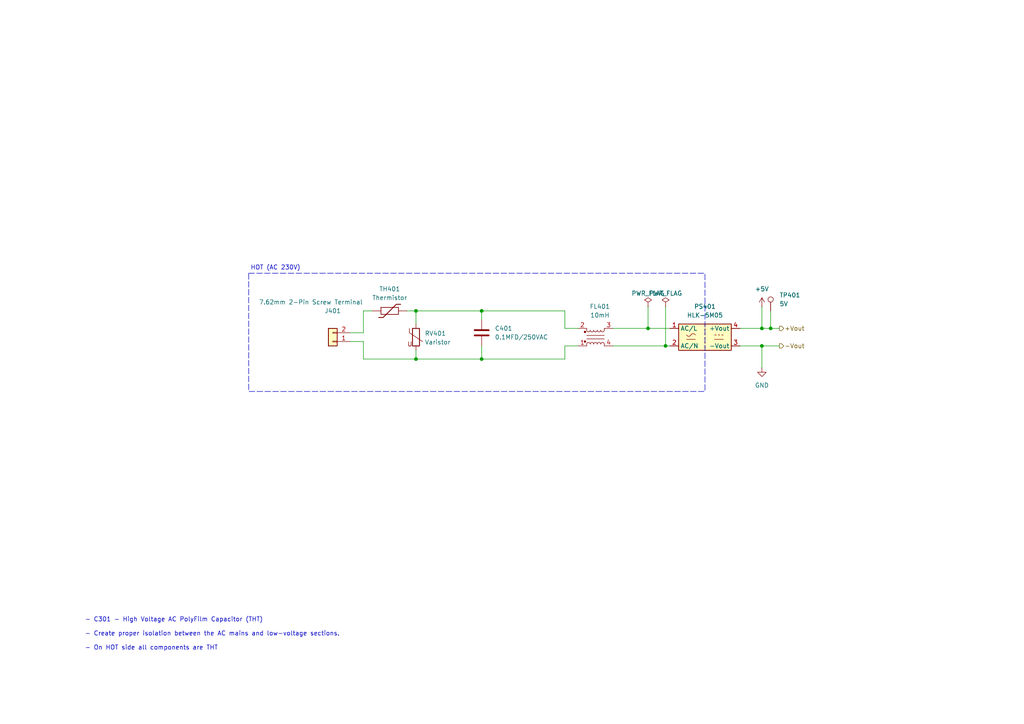
<source format=kicad_sch>
(kicad_sch (version 20250114) (generator "eeschema") (generator_version "9.0")
  (paper "A4")
  (lib_symbols
    (symbol "Connector:TestPoint" (pin_numbers (hide yes)) (pin_names (offset 0.762) (hide yes))
      (property "Reference" "TP" (at 0 6.858 0))
      (property "Value" "TestPoint" (at 0 5.08 0))
      (symbol "TestPoint_0_1"
        (circle (center 0 3.302) (radius 0.762))
      )
      (symbol "TestPoint_1_1"
        (pin passive line (at 0 0 90) (length 2.54) (name "1") (number "1"))
      )
    )
    (symbol "Connector_Generic:Conn_01x02" (pin_names (offset 1.016) (hide yes))
      (property "Reference" "J" (at 0 2.54 0))
      (property "Value" "Conn_01x02" (at 0 -5.08 0))
      (symbol "Conn_01x02_1_1"
        (rectangle (start -1.27 1.27) (end 1.27 -3.81) (stroke (width 0.254)) (fill (type background)))
        (rectangle (start -1.27 0.127) (end 0 -0.127) (stroke (width 0.1524)))
        (rectangle (start -1.27 -2.413) (end 0 -2.667) (stroke (width 0.1524)))
        (pin passive line (at -5.08 0 0) (length 3.81) (name "Pin_1") (number "1"))
        (pin passive line (at -5.08 -2.54 0) (length 3.81) (name "Pin_2") (number "2"))
      )
    )
    (symbol "Converter_ACDC:HLK-5M05"
      (property "Reference" "PS" (at 0 5.08 0))
      (property "Value" "HLK-5M05" (at 0 -5.08 0))
      (symbol "HLK-5M05_0_1"
        (rectangle (start -7.62 3.81) (end 7.62 -3.81) (stroke (width 0.254)) (fill (type background)))
        (polyline (pts (xy -5.334 -0.635) (xy -2.794 -0.635)))
        (arc (start -4.064 0.635) (mid -4.699 0.2495) (end -5.334 0.635))
        (arc (start -4.064 0.635) (mid -3.429 1.0072) (end -2.794 0.635))
        (polyline (pts (xy 0 3.81) (xy 0 3.175)))
        (polyline (pts (xy 0 2.54) (xy 0 1.905)))
        (polyline (pts (xy 0 1.27) (xy 0 0.635)))
        (polyline (pts (xy 0 0) (xy 0 -0.635)))
        (polyline (pts (xy 0 -1.27) (xy 0 -1.905)))
        (polyline (pts (xy 0 -2.54) (xy 0 -3.175)))
        (polyline (pts (xy 2.794 0.635) (xy 3.302 0.635)))
        (polyline (pts (xy 2.794 -0.635) (xy 5.334 -0.635)))
        (polyline (pts (xy 3.81 0.635) (xy 4.318 0.635)))
        (polyline (pts (xy 4.826 0.635) (xy 5.334 0.635)))
      )
      (symbol "HLK-5M05_1_1"
        (pin power_in line (at -10.16 2.54 0) (length 2.54) (name "AC/L") (number "1"))
        (pin power_in line (at -10.16 -2.54 0) (length 2.54) (name "AC/N") (number "2"))
        (pin power_out line (at 10.16 2.54 180) (length 2.54) (name "+Vout") (number "4"))
        (pin power_out line (at 10.16 -2.54 180) (length 2.54) (name "-Vout") (number "3"))
      )
    )
    (symbol "Device:C" (pin_numbers (hide yes)) (pin_names (offset 0.254))
      (property "Reference" "C" (at 0.635 2.54 0))
      (property "Value" "C" (at 0.635 -2.54 0))
      (symbol "C_0_1"
        (polyline (pts (xy -2.032 0.762) (xy 2.032 0.762)) (stroke (width 0.508)))
        (polyline (pts (xy -2.032 -0.762) (xy 2.032 -0.762)) (stroke (width 0.508)))
      )
      (symbol "C_1_1"
        (pin passive line (at 0 3.81 270) (length 2.794) (name "~") (number "1"))
        (pin passive line (at 0 -3.81 90) (length 2.794) (name "~") (number "2"))
      )
    )
    (symbol "Device:Filter_EMI_LL_1423" (pin_names (hide yes))
      (property "Reference" "FL" (at 0 4.445 0))
      (property "Value" "Filter_EMI_LL_1423" (at 0 -4.445 0))
      (symbol "Filter_EMI_LL_1423_0_1"
        (circle (center -3.048 1.524) (radius 0.254) (fill (type outline)))
        (circle (center -3.048 -1.27) (radius 0.254) (fill (type outline)))
        (polyline (pts (xy -2.54 2.032) (xy -2.54 2.54)))
        (polyline (pts (xy -2.54 0.508) (xy 2.54 0.508)))
        (polyline (pts (xy -2.54 -2.032) (xy -2.54 -2.54)))
        (arc (start -1.524 2.032) (mid -2.032 1.5262) (end -2.54 2.032))
        (arc (start -2.54 -2.032) (mid -2.032 -1.5262) (end -1.524 -2.032))
        (arc (start -0.508 2.032) (mid -1.016 1.5262) (end -1.524 2.032))
        (arc (start -1.524 -2.032) (mid -1.016 -1.5262) (end -0.508 -2.032))
        (arc (start 0.508 2.032) (mid 0 1.5262) (end -0.508 2.032))
        (arc (start -0.508 -2.032) (mid 0 -1.5262) (end 0.508 -2.032))
        (arc (start 1.524 2.032) (mid 1.016 1.5262) (end 0.508 2.032))
        (arc (start 0.508 -2.032) (mid 1.016 -1.5262) (end 1.524 -2.032))
        (arc (start 2.54 2.032) (mid 2.032 1.5262) (end 1.524 2.032))
        (arc (start 1.524 -2.032) (mid 2.032 -1.5262) (end 2.54 -2.032))
        (polyline (pts (xy 2.54 2.54) (xy 2.54 2.032)))
        (polyline (pts (xy 2.54 -0.508) (xy -2.54 -0.508)))
        (polyline (pts (xy 2.54 -2.032) (xy 2.54 -2.54)))
      )
      (symbol "Filter_EMI_LL_1423_1_1"
        (pin passive line (at -5.08 2.54 0) (length 2.54) (name "2") (number "2"))
        (pin passive line (at -5.08 -2.54 0) (length 2.54) (name "1") (number "1"))
        (pin passive line (at 5.08 2.54 180) (length 2.54) (name "3") (number "3"))
        (pin passive line (at 5.08 -2.54 180) (length 2.54) (name "4") (number "4"))
      )
    )
    (symbol "Device:Thermistor" (pin_numbers (hide yes)) (pin_names (offset 0))
      (property "Reference" "TH" (at 2.54 1.27 90))
      (property "Value" "Thermistor" (at -2.54 0 90))
      (symbol "Thermistor_0_1"
        (polyline (pts (xy -1.905 3.175) (xy -1.905 1.905) (xy 1.905 -1.905) (xy 1.905 -3.175) (xy 1.905 -3.175)) (stroke (width 0.254)))
        (rectangle (start -1.016 2.54) (end 1.016 -2.54) (stroke (width 0.2032)))
      )
      (symbol "Thermistor_1_1"
        (pin passive line (at 0 5.08 270) (length 2.54) (name "~") (number "1"))
        (pin passive line (at 0 -5.08 90) (length 2.54) (name "~") (number "2"))
      )
    )
    (symbol "GND_1" (power) (pin_numbers (hide yes)) (pin_names (offset 0) (hide yes))
      (property "Value" "GND" (at 0 -3.81 0))
      (symbol "GND_1_0_1"
        (polyline (pts (xy 0 0) (xy 0 -1.27) (xy 1.27 -1.27) (xy 0 -2.54) (xy -1.27 -1.27) (xy 0 -1.27)))
      )
      (symbol "GND_1_1_1"
        (pin power_in line (at 0 0 270) (length 0) (name "~") (number "1"))
      )
    )
    (symbol "Varistor_1" (pin_numbers (hide yes)) (pin_names (offset 0))
      (property "Reference" "RV" (at 3.175 0 90))
      (property "Value" "Varistor" (at -3.175 0 90))
      (symbol "Varistor_1_0_0"
        (text "U" (at -1.778 -2.032 0) (effects (font (size 1.27 1.27))))
      )
      (symbol "Varistor_1_0_1"
        (polyline (pts (xy -1.905 2.54) (xy -1.905 1.27) (xy 1.905 -1.27)))
        (rectangle (start -1.016 -2.54) (end 1.016 2.54) (stroke (width 0.254)))
      )
      (symbol "Varistor_1_1_1"
        (pin passive line (at 0 3.81 270) (length 1.27) (name "~") (number "1"))
        (pin passive line (at 0 -3.81 90) (length 1.27) (name "~") (number "2"))
      )
    )
    (symbol "power:+5V" (power) (pin_numbers (hide yes)) (pin_names (offset 0) (hide yes))
      (property "Value" "+5V" (at 0 3.556 0))
      (symbol "+5V_0_1"
        (polyline (pts (xy -0.762 1.27) (xy 0 2.54)))
        (polyline (pts (xy 0 2.54) (xy 0.762 1.27)))
        (polyline (pts (xy 0 0) (xy 0 2.54)))
      )
      (symbol "+5V_1_1"
        (pin power_in line (at 0 0 90) (length 0) (name "~") (number "1"))
      )
    )
    (symbol "power:PWR_FLAG" (power) (pin_numbers (hide yes)) (pin_names (offset 0) (hide yes))
      (property "Value" "PWR_FLAG" (at 0 3.81 0))
      (symbol "PWR_FLAG_0_0"
        (pin power_out line (at 0 0 90) (length 0) (name "pwr") (number "1"))
      )
      (symbol "PWR_FLAG_0_1"
        (polyline (pts (xy 0 0) (xy 0 1.27) (xy -1.016 1.905) (xy 0 2.54) (xy 1.016 1.905) (xy 0 1.27)))
      )
    )
  )
  (rectangle (start 72.136 79.248) (end 204.47 113.538) (stroke (width 0) (type dash)))
  (text "HOT (AC 230V)" (at 72.644 78.486 0) (effects (font (size 1.27 1.27)) (justify left bottom)))
  (text " - C301 - High Voltage AC PolyFilm Capacitor (THT)\n\n - Create proper isolation between the AC mains and low-voltage sections.\n\n - On HOT side all components are THT" (at 23.622 188.722 0) (effects (font (size 1.27 1.27)) (justify left bottom)))
  (junction (at 120.65 90.17))
  (junction (at 220.98 100.33))
  (junction (at 223.52 95.25))
  (junction (at 139.7 104.14))
  (junction (at 193.04 100.33))
  (junction (at 187.96 95.25))
  (junction (at 139.7 90.17))
  (junction (at 220.98 95.25))
  (junction (at 120.65 104.14))
  (wire (pts (xy 177.8 95.25) (xy 187.96 95.25)))
  (wire (pts (xy 177.8 100.33) (xy 193.04 100.33)))
  (wire (pts (xy 105.41 104.14) (xy 120.65 104.14)))
  (wire (pts (xy 193.04 88.9) (xy 193.04 100.33)))
  (wire (pts (xy 101.6 99.06) (xy 105.41 99.06)))
  (wire (pts (xy 223.52 90.17) (xy 223.52 95.25)))
  (wire (pts (xy 187.96 95.25) (xy 194.31 95.25)))
  (wire (pts (xy 214.63 95.25) (xy 220.98 95.25)))
  (wire (pts (xy 120.65 93.98) (xy 120.65 90.17)))
  (wire (pts (xy 220.98 100.33) (xy 226.06 100.33)))
  (wire (pts (xy 163.83 104.14) (xy 163.83 100.33)))
  (wire (pts (xy 139.7 104.14) (xy 163.83 104.14)))
  (wire (pts (xy 139.7 90.17) (xy 163.83 90.17)))
  (wire (pts (xy 163.83 95.25) (xy 163.83 90.17)))
  (wire (pts (xy 163.83 100.33) (xy 167.64 100.33)))
  (wire (pts (xy 214.63 100.33) (xy 220.98 100.33)))
  (wire (pts (xy 187.96 88.9) (xy 187.96 95.25)))
  (wire (pts (xy 105.41 90.17) (xy 107.95 90.17)))
  (wire (pts (xy 120.65 90.17) (xy 139.7 90.17)))
  (wire (pts (xy 120.65 104.14) (xy 120.65 101.6)))
  (wire (pts (xy 118.11 90.17) (xy 120.65 90.17)))
  (wire (pts (xy 101.6 96.52) (xy 105.41 96.52)))
  (wire (pts (xy 105.41 96.52) (xy 105.41 90.17)))
  (wire (pts (xy 193.04 100.33) (xy 194.31 100.33)))
  (wire (pts (xy 105.41 99.06) (xy 105.41 104.14)))
  (wire (pts (xy 226.06 95.25) (xy 223.52 95.25)))
  (wire (pts (xy 223.52 95.25) (xy 220.98 95.25)))
  (wire (pts (xy 120.65 104.14) (xy 139.7 104.14)))
  (wire (pts (xy 220.98 95.25) (xy 220.98 88.9)))
  (wire (pts (xy 139.7 104.14) (xy 139.7 100.33)))
  (wire (pts (xy 220.98 100.33) (xy 220.98 106.68)))
  (wire (pts (xy 163.83 95.25) (xy 167.64 95.25)))
  (wire (pts (xy 139.7 92.71) (xy 139.7 90.17)))
  (hierarchical_label "-Vout" (shape output) (at 226.06 100.33 0))
  (hierarchical_label "+Vout" (shape output) (at 226.06 95.25 0))
  (symbol (lib_name "GND_1") (lib_id "power:GND") (at 220.98 106.68 0) (unit 1)
    (property "Reference" "#PWR0402" (effects (hide yes)))
    (property "Value" "GND" (at 220.98 111.76 0))
    (property "Description" "Power symbol creates a global label with name \"GND\" , ground" (effects (hide yes)))
  )
  (symbol (lib_name "Varistor_1") (lib_id "Device:Varistor") (at 120.65 97.79 0) (unit 1)
    (property "Reference" "RV401" (at 123.19 96.7132 0) (effects (justify left)))
    (property "Value" "Varistor" (at 123.19 99.2532 0) (effects (justify left)))
    (property "Footprint" "Varistor:RV_Disc_D12mm_W5.1mm_P7.5mm" (effects (hide yes)))
    (property "Description" "Voltage dependent resistor" (effects (hide yes)))
    (property "Sim.Name" "kicad_builtin_varistor" (effects (hide yes)))
    (property "Sim.Device" "SUBCKT" (effects (hide yes)))
    (property "Sim.Pins" "1=A 2=B" (effects (hide yes)))
    (property "Sim.Params" "threshold=1k" (effects (hide yes)))
    (property "Sim.Library" "${KICAD9_SYMBOL_DIR}/Simulation_SPICE.sp" (effects (hide yes)))
  )
  (symbol (lib_id "Device:C") (at 139.7 96.52 0) (unit 1)
    (property "Reference" "C401" (at 143.51 95.25 0) (effects (justify left)))
    (property "Value" "0.1MFD/250VAC" (at 143.51 97.79 0) (effects (justify left)))
    (property "Footprint" "Capacitor_THT:C_Rect_L11.5mm_W5.0mm_P10.00mm_MKT" (effects (hide yes)))
  )
  (symbol (lib_id "power:PWR_FLAG") (at 187.96 88.9 0) (mirror y) (unit 1)
    (property "Reference" "#FLG0401" (effects (hide yes)))
    (property "Value" "PWR_FLAG" (at 187.96 85.09 0))
  )
  (symbol (lib_id "Converter_ACDC:HLK-5M05") (at 204.47 97.79 0) (unit 1)
    (property "Reference" "PS401" (at 204.47 88.9 0))
    (property "Value" "HLK-5M05" (at 204.47 91.44 0))
    (property "Footprint" "govi_v3_sensor_footprints_kicad:HLK5M05" (effects (hide yes)))
    (property "Datasheet" "http://h.hlktech.com/download/ACDC%E7%94%B5%E6%BA%90%E6%A8%A1%E5%9D%975W%E7%B3%BB%E5%88%97/1/%E6%B5%B7%E5%87%8C%E7%A7%915W%E7%B3%BB%E5%88%97%E7%94%B5%E6%BA%90%E6%A8%A1%E5%9D%97%E8%A7%84%E6%A0%BC%E4%B9%A6V2.8.pdf" (effects (hide yes)))
    (property "Description" "Compact AC/DC board mount power module 5W, 5V 1A" (effects (hide yes)))
  )
  (symbol (lib_id "Device:Filter_EMI_LL_1423") (at 172.72 97.79 0) (unit 1)
    (property "Reference" "FL401" (at 173.99 88.9 0))
    (property "Value" "10mH" (at 173.99 91.44 0))
    (property "Footprint" "govi_v3_sensor_footprints_kicad:B82730U3451A020-ferrite-core-inductor" (effects (hide yes)))
  )
  (symbol (lib_id "Connector_Generic:Conn_01x02") (at 96.52 99.06 180) (unit 1)
    (property "Reference" "J401" (at 96.52 90.17 0))
    (property "Value" "7.62mm 2-Pin Screw Terminal" (at 90.17 87.63 0))
    (property "Footprint" "Connector_Phoenix_MC_HighVoltage:PhoenixContact_MCV_1,5_2-G-5.08_1x02_P5.08mm_Vertical" (effects (hide yes)))
  )
  (symbol (lib_id "power:PWR_FLAG") (at 193.04 88.9 0) (mirror y) (unit 1)
    (property "Reference" "#FLG0402" (effects (hide yes)))
    (property "Value" "PWR_FLAG" (at 193.04 85.09 0))
  )
  (symbol (lib_id "Connector:TestPoint") (at 223.52 90.17 0) (unit 1)
    (property "Reference" "TP401" (at 226.06 85.5979 0) (effects (justify left)))
    (property "Value" "5V" (at 226.06 88.1379 0) (effects (justify left)))
    (property "Footprint" "TestPoint:TestPoint_Pad_D1.0mm" (effects (hide yes)))
    (property "Description" "test point" (effects (hide yes)))
  )
  (symbol (lib_id "power:+5V") (at 220.98 88.9 0) (unit 1)
    (property "Reference" "#PWR0401" (effects (hide yes)))
    (property "Value" "+5V" (at 220.98 83.82 0))
    (property "Description" "Power symbol creates a global label with name \"+5V\"" (effects (hide yes)))
  )
  (symbol (lib_id "Device:Thermistor") (at 113.03 90.17 90) (unit 1)
    (property "Reference" "TH401" (at 113.03 83.82 90))
    (property "Value" "Thermistor" (at 113.03 86.36 90))
    (property "Footprint" "govi_v3_sensor_footprints_kicad:B57236S0250M000-Thermister" (effects (hide yes)))
  )
)
</source>
